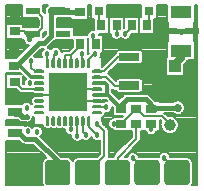
<source format=gtl>
G04 DipTrace Beta 2.3.5.2*
%INsubMicroLRS.GTL*%
%MOIN*%
%ADD13C,0.008*%
%ADD14C,0.005*%
%ADD15C,0.015*%
%ADD16C,0.025*%
%ADD17C,0.012*%
%ADD18C,0.007*%
%ADD21R,0.0354X0.0276*%
%ADD22R,0.0315X0.0315*%
%ADD23R,0.0472X0.0315*%
%ADD24R,0.0472X0.0217*%
%ADD25R,0.0276X0.0354*%
%ADD26R,0.0394X0.0413*%
%ADD27R,0.0413X0.0866*%
%ADD28R,0.071X0.041*%
%ADD29R,0.049X0.024*%
%ADD31C,0.0394*%
%ADD32C,0.018*%
%ADD34C,0.027*%
%ADD35C,0.03*%
%FSLAX44Y44*%
G04*
G70*
G90*
G75*
G01*
%LNTop*%
%LPD*%
X2913Y2287D2*
D13*
Y2087D1*
X3188Y1812D1*
Y2759D2*
X3491D1*
X3500Y2750D1*
X5000Y2000D2*
Y2188D1*
X4500D2*
Y1687D1*
X3875Y1062D1*
Y562D1*
X3870Y540D2*
X3875Y562D1*
X3188Y3350D2*
X2322D1*
X2224Y3251D1*
X3188Y2956D2*
X2519D1*
X2224Y3251D1*
X1259Y3153D2*
X2125D1*
X2224Y3251D1*
X3860Y5960D2*
D14*
X4100D1*
X4340D1*
X450Y3080D2*
D13*
X523Y3153D1*
X1259D1*
X440Y5782D2*
D14*
X438Y5784D1*
Y6000D1*
X1040Y5566D2*
X1037Y5563D1*
X750D1*
X531Y5782D1*
X440D1*
X4100Y5950D2*
Y5960D1*
X4270Y3942D2*
X4265Y3938D1*
X3812D1*
X6000Y5250D2*
D15*
X5980Y5270D1*
X5620D1*
X6000Y5250D2*
X6020Y5270D1*
X6360D1*
X6368Y3514D2*
D14*
X6354Y3500D1*
X5750D1*
X5207Y3514D2*
X5221Y3500D1*
X5750D1*
X2563Y3687D2*
X2224Y3349D1*
Y3251D1*
X375Y500D2*
X437Y562D1*
X875D1*
X438Y4938D2*
X430Y4930D1*
Y4642D1*
X2610Y5388D2*
X2436Y5563D1*
X2125D1*
X880Y530D2*
X875Y562D1*
X1535Y4216D2*
D13*
X1525Y4226D1*
Y4525D1*
X1732Y4216D2*
X1750Y4234D1*
Y4500D1*
X1812Y4562D1*
X4000Y2188D2*
Y2199D1*
X4500Y2699D1*
X2322Y2287D2*
Y2010D1*
X2312Y2000D1*
X3750Y2188D2*
X4000D1*
X4500Y2699D2*
D14*
X4749Y2450D1*
X5350D1*
X5610Y2190D1*
Y2150D1*
X3188Y3744D2*
D13*
X3496D1*
X3802Y3438D1*
X4238D1*
X4270Y3470D1*
X3188Y3940D2*
X3420D1*
X3917Y4437D1*
X4247D1*
X4270Y4415D1*
X6150Y5900D2*
D14*
X6140Y5910D1*
X5990D1*
Y4630D2*
D16*
Y4390D1*
X5713Y4113D1*
X5787D1*
X3840Y5480D2*
D13*
Y5188D1*
X2700Y4500D2*
Y4232D1*
X2716Y4216D1*
X4340Y5480D2*
Y5403D1*
X4125Y5188D1*
X3125Y4500D2*
X3075D1*
X2900Y4325D1*
Y4203D1*
X2913Y4216D1*
X4931Y5960D2*
Y5559D1*
X4852Y5480D1*
X3269Y5960D2*
Y5539D1*
X3328Y5480D1*
X1259Y3350D2*
X692D1*
X450Y3592D1*
X2875Y562D2*
X3438Y1125D1*
Y1937D1*
X3188Y2187D1*
X3062Y5125D2*
Y4928D1*
X3140Y4850D1*
X2890Y530D2*
X2866Y554D1*
X2125Y4216D2*
Y4480D1*
X2312D1*
Y4226D1*
X2322Y4216D1*
X2628Y4850D2*
Y4796D1*
X2312Y4480D1*
X4863Y562D2*
Y577D1*
X4390Y1050D1*
X2525Y1787D2*
Y2293D1*
X2519Y2287D1*
X4860Y550D2*
X4863D1*
X1259Y3940D2*
X1110D1*
X1000Y4050D1*
Y4290D1*
X5863Y562D2*
Y637D1*
X5438Y1062D1*
X2812Y1812D2*
X2716Y1909D1*
Y2287D1*
X5800Y550D2*
X5863D1*
X1259Y3744D2*
D17*
X1006D1*
X620Y4130D1*
X430D1*
X2610Y5900D2*
D15*
X2104D1*
X2064Y5940D1*
X3188Y3547D2*
D17*
X3453D1*
X3525Y3475D1*
Y3225D1*
X3453Y3153D1*
X3188D1*
X3453D2*
X3546D1*
X4000Y2699D1*
D15*
Y2825D1*
X4175Y3000D1*
X4813D1*
X5113Y2699D1*
X5000D1*
X5031Y2730D1*
X5880D1*
X2064Y5940D2*
D16*
X2061Y5937D1*
X1688D1*
X430Y4130D2*
D15*
X500D1*
X1245Y4875D1*
X1438D1*
X1670Y5107D1*
Y5937D1*
X1688D1*
X1875Y562D2*
Y938D1*
X1133Y1680D1*
X790D1*
X589Y1881D1*
X450D1*
X1890Y540D2*
X1875D1*
Y938D1*
X1040Y5940D2*
D13*
X1185D1*
X1370Y5755D1*
Y5370D1*
X1200Y5200D1*
X1048D1*
X1040Y5192D1*
X440Y5270D2*
X740D1*
X818Y5192D1*
X1040D1*
X450Y2590D2*
D15*
Y2520D1*
X610D1*
X700Y2430D1*
X850D1*
X937Y5000D2*
Y5089D1*
X1040Y5192D1*
D32*
X3188Y1812D3*
X3500Y2750D3*
X5000Y2000D3*
X950Y3550D3*
X3500Y2750D3*
X1525Y4525D3*
X1190Y1930D3*
X2312Y2000D3*
X3750Y2188D3*
X3840Y5188D3*
X2700Y4500D3*
X4125Y5188D3*
X3125Y4500D3*
X3188Y2187D3*
X3062Y5125D3*
X4390Y1050D3*
X2525Y1787D3*
X1000Y4290D3*
X5438Y1062D3*
X2812Y1812D3*
D34*
X5880Y2730D3*
X1688Y5937D3*
X5880Y2730D3*
D32*
X937Y5000D3*
X438Y6000D3*
X4100Y5950D3*
X840Y2730D3*
X2563Y3687D3*
X3812Y3938D3*
X6000Y5250D3*
X5750Y3500D3*
X375Y500D3*
X438Y4938D3*
X2125Y5563D3*
X850Y2430D3*
X875Y1937D3*
D35*
X6150Y5900D3*
D32*
X1812Y4562D3*
X880Y530D3*
X1890Y540D3*
X2890Y530D3*
X3870Y540D3*
X4860Y550D3*
X5800D3*
X162Y6076D2*
D18*
X689D1*
X1391D2*
X1481D1*
X2901D2*
X2998D1*
X3541D2*
X4658D1*
X5203D2*
X5520D1*
X6459D2*
X6531D1*
X162Y6007D2*
X689D1*
X1391D2*
X1448D1*
X2901D2*
X2998D1*
X3541D2*
X4658D1*
X5203D2*
X5520D1*
X6459D2*
X6531D1*
X162Y5938D2*
X689D1*
X1403D2*
X1437D1*
X2901D2*
X2998D1*
X3541D2*
X4658D1*
X5203D2*
X5520D1*
X6459D2*
X6531D1*
X162Y5869D2*
X689D1*
X2901D2*
X2998D1*
X3541D2*
X4658D1*
X5203D2*
X5520D1*
X6459D2*
X6531D1*
X162Y5801D2*
X689D1*
X2901D2*
X2998D1*
X3541D2*
X4658D1*
X5203D2*
X5520D1*
X6459D2*
X6531D1*
X162Y5732D2*
X689D1*
X2901D2*
X2998D1*
X5203D2*
X5520D1*
X6459D2*
X6531D1*
X162Y5663D2*
X1215D1*
X1860D2*
X2319D1*
X2901D2*
X3075D1*
X5104D2*
X5520D1*
X6459D2*
X6531D1*
X162Y5595D2*
X1215D1*
X1860D2*
X3075D1*
X5104D2*
X5548D1*
X6432D2*
X6531D1*
X162Y5526D2*
X1215D1*
X1860D2*
X3075D1*
X5104D2*
X5548D1*
X6432D2*
X6531D1*
X731Y5457D2*
X1215D1*
X1860D2*
X3075D1*
X5104D2*
X5548D1*
X6432D2*
X6531D1*
X2415Y5389D2*
X3075D1*
X5104D2*
X5548D1*
X6432D2*
X6531D1*
X2415Y5320D2*
X3023D1*
X5104D2*
X5548D1*
X6432D2*
X6531D1*
X2415Y5251D2*
X2904D1*
X5104D2*
X5548D1*
X6432D2*
X6531D1*
X1398Y5183D2*
X1480D1*
X2415D2*
X2867D1*
X3259D2*
X3635D1*
X4336D2*
X5548D1*
X6432D2*
X6531D1*
X3392Y5114D2*
X3650D1*
X4316D2*
X5548D1*
X6432D2*
X6531D1*
X3392Y5045D2*
X3696D1*
X4270D2*
X5548D1*
X6432D2*
X6531D1*
X162Y4977D2*
X689D1*
X3392D2*
X5548D1*
X6432D2*
X6531D1*
X162Y4908D2*
X756D1*
X1735D2*
X2375D1*
X3392D2*
X5520D1*
X6459D2*
X6531D1*
X162Y4839D2*
X816D1*
X1666D2*
X2375D1*
X3392D2*
X5520D1*
X6459D2*
X6531D1*
X162Y4770D2*
X875D1*
X1599D2*
X2375D1*
X3392D2*
X5520D1*
X6459D2*
X6531D1*
X162Y4702D2*
X807D1*
X1621D2*
X1666D1*
X1960D2*
X2319D1*
X3392D2*
X5520D1*
X6459D2*
X6531D1*
X162Y4633D2*
X738D1*
X1268D2*
X1353D1*
X2004D2*
X2250D1*
X3392D2*
X3856D1*
X4683D2*
X5520D1*
X6459D2*
X6531D1*
X162Y4564D2*
X669D1*
X1199D2*
X1324D1*
X2894D2*
X2923D1*
X3319D2*
X3821D1*
X4719D2*
X5520D1*
X6459D2*
X6531D1*
X162Y4496D2*
X600D1*
X1131D2*
X1322D1*
X3330D2*
X3760D1*
X4719D2*
X5520D1*
X6459D2*
X6531D1*
X162Y4427D2*
X531D1*
X1149D2*
X1346D1*
X3316D2*
X3691D1*
X4719D2*
X5520D1*
X6459D2*
X6531D1*
X3362Y4358D2*
X3622D1*
X4719D2*
X5476D1*
X6459D2*
X6531D1*
X3362Y4290D2*
X3553D1*
X4719D2*
X5476D1*
X6207D2*
X6531D1*
X3362Y4221D2*
X3486D1*
X4704D2*
X5476D1*
X6157D2*
X6531D1*
X3362Y4152D2*
X3417D1*
X3848D2*
X5476D1*
X6099D2*
X6531D1*
X3780Y4084D2*
X5475D1*
X6099D2*
X6531D1*
X3711Y4015D2*
X5476D1*
X6099D2*
X6531D1*
X3642Y3946D2*
X5476D1*
X6099D2*
X6531D1*
X162Y3878D2*
X629D1*
X3573D2*
X5476D1*
X6099D2*
X6531D1*
X3647Y3809D2*
X5476D1*
X6099D2*
X6531D1*
X742Y3740D2*
X766D1*
X3716D2*
X6531D1*
X742Y3671D2*
X787D1*
X3784D2*
X3841D1*
X4698D2*
X6531D1*
X4719Y3603D2*
X6531D1*
X4719Y3534D2*
X6531D1*
X4719Y3465D2*
X6531D1*
X4719Y3397D2*
X6531D1*
X162Y3328D2*
X497D1*
X4719D2*
X6531D1*
X162Y3259D2*
X566D1*
X3700D2*
X3849D1*
X4691D2*
X6531D1*
X162Y3191D2*
X1088D1*
X3753D2*
X6531D1*
X162Y3122D2*
X1088D1*
X3821D2*
X4031D1*
X4955D2*
X6531D1*
X162Y3053D2*
X1008D1*
X3890D2*
X3962D1*
X5024D2*
X6531D1*
X162Y2985D2*
X980D1*
X3362D2*
X3470D1*
X5093D2*
X6531D1*
X162Y2916D2*
X765D1*
X914D2*
X982D1*
X3362D2*
X3385D1*
X5292D2*
X5717D1*
X6044D2*
X6531D1*
X6099Y2847D2*
X6531D1*
X6125Y2779D2*
X6531D1*
X6129Y2710D2*
X6531D1*
X3672Y2641D2*
X3708D1*
X6113D2*
X6531D1*
X3594Y2572D2*
X3709D1*
X6071D2*
X6531D1*
X3459Y2504D2*
X3709D1*
X5491D2*
X5786D1*
X5974D2*
X6531D1*
X3409Y2435D2*
X4020D1*
X5724D2*
X6531D1*
X1044Y2366D2*
X1088D1*
X3362D2*
X3658D1*
X5831D2*
X6531D1*
X162Y2298D2*
X567D1*
X1004D2*
X1088D1*
X3362D2*
X3579D1*
X5883D2*
X6531D1*
X162Y2229D2*
X1088D1*
X3388D2*
X3550D1*
X5911D2*
X6531D1*
X162Y2160D2*
X1088D1*
X3431D2*
X3547D1*
X5921D2*
X6531D1*
X1006Y2092D2*
X1069D1*
X1311D2*
X1387D1*
X3500D2*
X3570D1*
X5916D2*
X6531D1*
X1371Y2023D2*
X1471D1*
X1600D2*
X1667D1*
X1797D2*
X1864D1*
X1993D2*
X2060D1*
X3565D2*
X3633D1*
X5292D2*
X5326D1*
X5894D2*
X6531D1*
X1393Y1954D2*
X2113D1*
X3591D2*
X3709D1*
X5292D2*
X5370D1*
X5850D2*
X6531D1*
X1390Y1886D2*
X2145D1*
X3593D2*
X4345D1*
X4655D2*
X4832D1*
X5169D2*
X5452D1*
X5768D2*
X6531D1*
X1359Y1817D2*
X2231D1*
X3593D2*
X4345D1*
X4655D2*
X4918D1*
X5081D2*
X6531D1*
X1330Y1748D2*
X2324D1*
X3593D2*
X4345D1*
X4655D2*
X6531D1*
X1398Y1680D2*
X2352D1*
X2966D2*
X3034D1*
X3593D2*
X4276D1*
X4655D2*
X6531D1*
X162Y1611D2*
X594D1*
X1467D2*
X2429D1*
X2620D2*
X3283D1*
X3593D2*
X4207D1*
X4633D2*
X6531D1*
X162Y1542D2*
X664D1*
X1535D2*
X3283D1*
X3593D2*
X4139D1*
X4570D2*
X6531D1*
X162Y1473D2*
X1074D1*
X1604D2*
X3283D1*
X3593D2*
X4070D1*
X4501D2*
X6531D1*
X162Y1405D2*
X1143D1*
X1673D2*
X3283D1*
X3593D2*
X4002D1*
X4434D2*
X6531D1*
X162Y1336D2*
X1211D1*
X1742D2*
X3283D1*
X3593D2*
X3933D1*
X4365D2*
X6531D1*
X162Y1267D2*
X1279D1*
X1811D2*
X3283D1*
X3593D2*
X3864D1*
X4296D2*
X6531D1*
X162Y1199D2*
X1348D1*
X1879D2*
X3283D1*
X3593D2*
X3795D1*
X4227D2*
X4253D1*
X4528D2*
X5287D1*
X5588D2*
X6531D1*
X162Y1130D2*
X1417D1*
X1948D2*
X3226D1*
X3593D2*
X3737D1*
X4158D2*
X4203D1*
X4578D2*
X5244D1*
X5630D2*
X6531D1*
X162Y1061D2*
X1465D1*
X2284D2*
X2465D1*
X6273D2*
X6531D1*
X162Y993D2*
X1388D1*
X2363D2*
X2387D1*
X6351D2*
X6531D1*
X162Y924D2*
X1351D1*
X6388D2*
X6531D1*
X162Y855D2*
X1336D1*
X6402D2*
X6531D1*
X162Y787D2*
X1335D1*
X6402D2*
X6531D1*
X162Y718D2*
X1335D1*
X6402D2*
X6531D1*
X162Y649D2*
X1335D1*
X6402D2*
X6531D1*
X162Y581D2*
X1335D1*
X6402D2*
X6531D1*
X162Y512D2*
X1335D1*
X6402D2*
X6531D1*
X162Y443D2*
X1335D1*
X6402D2*
X6531D1*
X162Y374D2*
X1335D1*
X6402D2*
X6531D1*
X162Y306D2*
X1335D1*
X6402D2*
X6531D1*
X162Y237D2*
X1341D1*
X6398D2*
X6531D1*
X162Y168D2*
X1365D1*
X6374D2*
X6531D1*
X1342Y322D2*
X1343Y859D1*
X1349Y896D1*
X1360Y932D1*
X1374Y961D1*
X1394Y993D1*
X1420Y1021D1*
X1444Y1043D1*
X1475Y1063D1*
X1486Y1068D1*
X1057Y1497D1*
X790D1*
X755Y1501D1*
X722Y1510D1*
X691Y1527D1*
X661Y1551D1*
X595Y1616D1*
X154D1*
X155Y1314D1*
Y155D1*
X1379D1*
X1362Y188D1*
X1350Y223D1*
X1344Y255D1*
X1342Y293D1*
Y322D1*
X1975Y1095D2*
X2171Y1094D1*
X2208Y1089D1*
X2245Y1077D1*
X2274Y1063D1*
X2305Y1043D1*
X2334Y1018D1*
X2355Y993D1*
X2375Y963D1*
X2395Y993D1*
X2420Y1021D1*
X2444Y1043D1*
X2475Y1063D1*
X2510Y1079D1*
X2541Y1088D1*
X2578Y1094D1*
X2635Y1095D1*
X3171Y1094D1*
X3195Y1091D1*
X3290Y1186D1*
Y1642D1*
X3252Y1626D1*
X3218Y1617D1*
X3183Y1615D1*
X3148Y1619D1*
X3115Y1628D1*
X3084Y1644D1*
X3056Y1665D1*
X3032Y1691D1*
X3013Y1720D1*
X3000Y1749D1*
X2983Y1712D1*
X2963Y1684D1*
X2938Y1659D1*
X2909Y1640D1*
X2877Y1626D1*
X2843Y1617D1*
X2808Y1615D1*
X2773Y1619D1*
X2740Y1628D1*
X2709Y1644D1*
X2680Y1666D1*
X2650Y1634D1*
X2621Y1615D1*
X2590Y1601D1*
X2556Y1592D1*
X2521Y1590D1*
X2486Y1594D1*
X2452Y1603D1*
X2421Y1619D1*
X2393Y1640D1*
X2369Y1666D1*
X2350Y1695D1*
X2337Y1727D1*
X2329Y1761D1*
X2328Y1804D1*
X2308Y1802D1*
X2273Y1806D1*
X2240Y1816D1*
X2209Y1832D1*
X2181Y1853D1*
X2157Y1878D1*
X2138Y1907D1*
X2124Y1940D1*
X2116Y1974D1*
Y2014D1*
X2095Y2015D1*
X2061Y2026D1*
X2034Y2040D1*
X2024Y2042D1*
X1988Y2024D1*
X1955Y2014D1*
X1915Y2013D1*
X1881Y2019D1*
X1838Y2039D1*
X1827Y2042D1*
X1792Y2024D1*
X1758Y2014D1*
X1719Y2013D1*
X1684Y2019D1*
X1641Y2039D1*
X1630Y2042D1*
X1595Y2024D1*
X1561Y2014D1*
X1522Y2013D1*
X1487Y2019D1*
X1451Y2035D1*
X1423Y2055D1*
X1397Y2086D1*
X1380Y2116D1*
X1373Y2146D1*
X1095Y2145D1*
X1094Y2406D1*
X1063Y2422D1*
X1047Y2434D1*
X1045Y2395D1*
X1036Y2361D1*
X1021Y2330D1*
X1000Y2301D1*
X975Y2277D1*
X946Y2257D1*
X915Y2243D1*
X881Y2235D1*
X846Y2232D1*
X811Y2236D1*
X775Y2247D1*
X700D1*
X665Y2251D1*
X632Y2260D1*
X601Y2277D1*
X571Y2301D1*
X547Y2325D1*
X154D1*
X155Y2147D1*
X794D1*
Y2117D1*
X819Y2127D1*
X853Y2134D1*
X888Y2135D1*
X922Y2130D1*
X955Y2118D1*
X986Y2101D1*
X1013Y2079D1*
X1035Y2053D1*
X1071Y2088D1*
X1101Y2107D1*
X1134Y2120D1*
X1168Y2127D1*
X1203D1*
X1237Y2122D1*
X1270Y2111D1*
X1301Y2094D1*
X1328Y2072D1*
X1351Y2045D1*
X1369Y2015D1*
X1381Y1982D1*
X1388Y1930D1*
X1385Y1895D1*
X1376Y1861D1*
X1361Y1830D1*
X1340Y1801D1*
X1315Y1777D1*
X1302Y1768D1*
X1386Y1686D1*
X1976Y1095D1*
X3635D2*
X3730D1*
X3743Y1130D1*
X3770Y1167D1*
X4353Y1749D1*
X4352Y1942D1*
X4215Y1943D1*
X4145Y1942D1*
X3715D1*
Y1993D1*
X3677Y2003D1*
X3646Y2019D1*
X3618Y2040D1*
X3594Y2066D1*
X3575Y2095D1*
X3562Y2127D1*
X3554Y2161D1*
X3552Y2196D1*
X3557Y2231D1*
X3568Y2264D1*
X3584Y2295D1*
X3605Y2323D1*
X3631Y2346D1*
X3661Y2364D1*
X3694Y2377D1*
X3716Y2382D1*
X3715Y2433D1*
X4025D1*
X4040Y2454D1*
X3715D1*
Y2748D1*
X3697Y2766D1*
X3698Y2750D1*
X3695Y2715D1*
X3686Y2681D1*
X3671Y2650D1*
X3650Y2621D1*
X3625Y2597D1*
X3596Y2577D1*
X3565Y2563D1*
X3531Y2555D1*
X3496Y2552D1*
X3462Y2556D1*
X3461Y2532D1*
X3449Y2498D1*
X3431Y2464D1*
X3406Y2439D1*
X3375Y2415D1*
X3367Y2411D1*
X3355Y2375D1*
Y2293D1*
X3366Y2272D1*
X3378Y2240D1*
X3385Y2199D1*
X3542Y2042D1*
X3564Y2015D1*
X3578Y1983D1*
X3585Y1937D1*
Y1122D1*
X3589Y1095D1*
X3635D1*
X4117D2*
X4171Y1094D1*
X4197Y1091D1*
X4208Y1127D1*
X4224Y1157D1*
X4245Y1185D1*
X4271Y1208D1*
X4301Y1227D1*
X4334Y1240D1*
X4368Y1247D1*
X4403D1*
X4437Y1242D1*
X4470Y1231D1*
X4501Y1214D1*
X4528Y1192D1*
X4551Y1165D1*
X4569Y1135D1*
X4583Y1095D1*
X5144D1*
X5181Y1092D1*
X5212Y1084D1*
X5240Y1074D1*
X5223Y1081D1*
X5240Y1074D1*
X5244Y1106D1*
X5255Y1139D1*
X5271Y1170D1*
X5293Y1197D1*
X5319Y1221D1*
X5349Y1239D1*
X5381Y1252D1*
X5415Y1259D1*
X5450Y1260D1*
X5485Y1255D1*
X5518Y1243D1*
X5549Y1226D1*
X5576Y1204D1*
X5598Y1178D1*
X5616Y1147D1*
X5628Y1115D1*
X5633Y1095D1*
X6160Y1094D1*
X6196Y1089D1*
X6233Y1077D1*
X6262Y1063D1*
X6294Y1043D1*
X6322Y1018D1*
X6343Y993D1*
X6364Y962D1*
X6380Y927D1*
X6389Y897D1*
X6395Y860D1*
X6396Y802D1*
X6395Y266D1*
X6389Y229D1*
X6378Y193D1*
X6364Y164D1*
X6359Y155D1*
X6538D1*
Y6144D1*
X6454D1*
X6453Y5873D1*
Y5597D1*
X6425D1*
Y4965D1*
Y4942D1*
X6453Y4943D1*
Y4317D1*
X6211D1*
X6194Y4278D1*
X6175Y4249D1*
X6130Y4201D1*
X6092Y4163D1*
Y3798D1*
X5483D1*
Y4075D1*
X5480Y4125D1*
X5483Y4218D1*
Y4427D1*
X5528D1*
X5527Y4943D1*
X5555D1*
Y5575D1*
Y5598D1*
X5527Y5597D1*
Y6145D1*
X5418Y6144D1*
X5196D1*
Y5695D1*
X5096D1*
X5097Y5485D1*
Y5195D1*
X4606D1*
Y5765D1*
X4666D1*
X4665Y5975D1*
Y6144D1*
X3536D1*
X3535Y5840D1*
Y5765D1*
X3574D1*
Y5195D1*
X3247D1*
X3253Y5177D1*
X3260Y5134D1*
X3386Y5135D1*
Y4565D1*
X3312D1*
X3322Y4518D1*
X3320Y4465D1*
X3311Y4431D1*
X3298Y4405D1*
X3355D1*
Y4095D1*
X3364Y4093D1*
X3813Y4542D1*
X3828Y4558D1*
X3835Y4592D1*
X3853Y4622D1*
X3880Y4645D1*
X3912Y4658D1*
X3970Y4660D1*
X4605D1*
X4639Y4655D1*
X4670Y4639D1*
X4694Y4613D1*
X4710Y4576D1*
X4712Y4518D1*
Y4277D1*
X4707Y4243D1*
X4691Y4212D1*
X4665Y4188D1*
X4628Y4172D1*
X4570Y4169D1*
X3935D1*
X3895Y4177D1*
X3874Y4184D1*
X3565Y3874D1*
X3601Y3848D1*
X3829Y3620D1*
X3833Y3642D1*
X3849Y3673D1*
X3875Y3697D1*
X3912Y3713D1*
X3970Y3716D1*
X4605D1*
X4639Y3710D1*
X4670Y3694D1*
X4694Y3668D1*
X4710Y3631D1*
X4712Y3573D1*
Y3332D1*
X4707Y3298D1*
X4691Y3267D1*
X4665Y3243D1*
X4628Y3227D1*
X4570Y3224D1*
X3935D1*
X3901Y3230D1*
X3870Y3246D1*
X3843Y3277D1*
X3818Y3290D1*
X3768Y3294D1*
X3735Y3306D1*
X3698Y3333D1*
X3693Y3338D1*
Y3244D1*
X3927Y3010D1*
X4046Y3129D1*
X4073Y3151D1*
X4103Y3168D1*
X4137Y3179D1*
X4175Y3183D1*
X4813D1*
X4847Y3179D1*
X4881Y3170D1*
X4912Y3153D1*
X4942Y3129D1*
X5127Y2944D1*
X5285Y2945D1*
Y2913D1*
X5721D1*
X5757Y2940D1*
X5788Y2955D1*
X5821Y2966D1*
X5856Y2972D1*
X5891Y2973D1*
X5926Y2969D1*
X5959Y2960D1*
X5991Y2946D1*
X6021Y2928D1*
X6048Y2905D1*
X6072Y2880D1*
X6091Y2850D1*
X6106Y2819D1*
X6116Y2785D1*
X6123Y2730D1*
X6120Y2696D1*
X6113Y2661D1*
X6100Y2629D1*
X6084Y2598D1*
X6062Y2570D1*
X6038Y2546D1*
X6009Y2525D1*
X5978Y2508D1*
X5946Y2497D1*
X5911Y2490D1*
X5876Y2488D1*
X5842Y2491D1*
X5808Y2499D1*
X5775Y2511D1*
X5745Y2529D1*
X5720Y2548D1*
X5439D1*
X5541Y2447D1*
X5609Y2455D1*
X5644Y2453D1*
X5679Y2447D1*
X5712Y2437D1*
X5745Y2423D1*
X5775Y2406D1*
X5803Y2385D1*
X5829Y2362D1*
X5852Y2335D1*
X5871Y2306D1*
X5888Y2275D1*
X5900Y2243D1*
X5909Y2209D1*
X5915Y2150D1*
X5913Y2115D1*
X5907Y2081D1*
X5897Y2047D1*
X5883Y2015D1*
X5866Y1984D1*
X5845Y1956D1*
X5821Y1931D1*
X5795Y1908D1*
X5766Y1888D1*
X5735Y1872D1*
X5702Y1860D1*
X5668Y1851D1*
X5634Y1846D1*
X5599D1*
X5564Y1849D1*
X5530Y1856D1*
X5496Y1867D1*
X5465Y1882D1*
X5435Y1901D1*
X5408Y1922D1*
X5383Y1947D1*
X5361Y1974D1*
X5343Y2004D1*
X5328Y2036D1*
X5316Y2069D1*
X5309Y2103D1*
X5306Y2138D1*
Y2173D1*
X5311Y2208D1*
X5319Y2241D1*
X5334Y2279D1*
X5294Y2318D1*
X5285Y2293D1*
Y1942D1*
X5190D1*
X5171Y1900D1*
X5150Y1871D1*
X5125Y1847D1*
X5096Y1827D1*
X5065Y1813D1*
X5031Y1805D1*
X4996Y1802D1*
X4961Y1806D1*
X4927Y1816D1*
X4896Y1832D1*
X4868Y1853D1*
X4844Y1878D1*
X4825Y1907D1*
X4811Y1943D1*
X4715Y1942D1*
X4648D1*
Y1687D1*
X4644Y1653D1*
X4632Y1620D1*
X4605Y1583D1*
X4116Y1095D1*
X4183Y1093D1*
X155Y4376D2*
X487D1*
X914Y4803D1*
X865Y4816D1*
X834Y4832D1*
X806Y4853D1*
X782Y4878D1*
X763Y4907D1*
X749Y4940D1*
X741Y4977D1*
X696Y4976D1*
Y5025D1*
X445Y5024D1*
X155D1*
Y5516D1*
X725D1*
Y5418D1*
X777Y5413D1*
X801Y5408D1*
X1200D1*
X1223Y5432D1*
X1222Y5580D1*
Y5695D1*
X1192Y5724D1*
X696D1*
Y6144D1*
X155D1*
Y4376D1*
X629Y3884D2*
X155D1*
Y2855D1*
X687D1*
X721Y2888D1*
X751Y2907D1*
X784Y2920D1*
X818Y2927D1*
X853D1*
X887Y2922D1*
X920Y2911D1*
X951Y2894D1*
X978Y2872D1*
X1005Y2838D1*
X1012Y2851D1*
X1014Y2861D1*
X996Y2896D1*
X986Y2930D1*
Y2969D1*
X991Y3004D1*
X1008Y3040D1*
X1028Y3068D1*
X1058Y3094D1*
X1089Y3111D1*
X1081Y3108D1*
X1095Y3125D1*
X1094Y3194D1*
X1083Y3198D1*
X1049Y3202D1*
X692D1*
X657Y3206D1*
X624Y3218D1*
X587Y3245D1*
X486Y3347D1*
X165Y3346D1*
Y3837D1*
X676D1*
X629Y3884D1*
X735Y3777D2*
Y3515D1*
X754Y3524D1*
X752Y3559D1*
X757Y3593D1*
X768Y3627D1*
X784Y3657D1*
X805Y3685D1*
X818Y3696D1*
X735Y3777D1*
X2895Y6145D2*
Y5654D1*
X2325D1*
Y5717D1*
X2136D1*
X2092Y5707D1*
X2026Y5705D1*
X1852D1*
X1853Y5407D1*
X1965Y5408D1*
X2408D1*
Y5136D1*
X2698Y5135D1*
X2865D1*
X2869Y5168D1*
X2880Y5202D1*
X2896Y5232D1*
X2918Y5260D1*
X2944Y5283D1*
X2974Y5302D1*
X3006Y5315D1*
X3040Y5322D1*
X3083Y5321D1*
Y5695D1*
X3004D1*
X3003Y6144D1*
X2895D1*
X1384D2*
Y5949D1*
X1451Y5883D1*
X1446Y5910D1*
X1445Y5945D1*
X1448Y5980D1*
X1457Y6013D1*
X1470Y6046D1*
X1488Y6076D1*
X1510Y6103D1*
X1536Y6127D1*
X1562Y6145D1*
X1383Y6144D1*
X1384Y5175D2*
Y5079D1*
X1487Y5183D1*
Y5279D1*
X1384Y5175D1*
X2383Y4976D2*
X1796D1*
X1567Y4746D1*
X1548Y4729D1*
X1572Y4717D1*
X1605Y4706D1*
X1636Y4689D1*
X1650Y4677D1*
X1668Y4697D1*
X1694Y4721D1*
X1724Y4739D1*
X1756Y4752D1*
X1790Y4759D1*
X1825Y4760D1*
X1860Y4755D1*
X1893Y4743D1*
X1924Y4726D1*
X1951Y4704D1*
X1973Y4678D1*
X1991Y4647D1*
X2003Y4615D1*
X2010Y4572D1*
X2039Y4600D1*
X2070Y4617D1*
X2116Y4628D1*
X2251D1*
X2382Y4759D1*
X2383Y4975D1*
X2932Y4565D2*
X2894D1*
Y5021D1*
X2874Y5065D1*
Y4594D1*
X2891Y4552D1*
X2895Y4530D1*
X2931Y4565D1*
X4129Y5765D2*
X4586D1*
Y5195D1*
X4342D1*
X4320Y5153D1*
X4311Y5119D1*
X4296Y5087D1*
X4275Y5059D1*
X4250Y5034D1*
X4221Y5015D1*
X4190Y5001D1*
X4156Y4992D1*
X4121Y4990D1*
X4086Y4994D1*
X4052Y5003D1*
X4021Y5019D1*
X3993Y5040D1*
X3983Y5050D1*
X3965Y5034D1*
X3936Y5015D1*
X3905Y5001D1*
X3871Y4992D1*
X3836Y4990D1*
X3801Y4994D1*
X3767Y5003D1*
X3736Y5019D1*
X3708Y5040D1*
X3684Y5066D1*
X3665Y5095D1*
X3652Y5127D1*
X3644Y5161D1*
X3642Y5195D1*
X3594D1*
Y5765D1*
X4086D1*
Y5381D1*
X4094Y5405D1*
Y5765D1*
X4129D1*
X1162Y4405D2*
X1367D1*
X1350Y4432D1*
X1337Y4465D1*
X1329Y4499D1*
X1327Y4534D1*
X1332Y4568D1*
X1343Y4602D1*
X1359Y4632D1*
X1380Y4660D1*
X1406Y4683D1*
X1420Y4692D1*
X1320D1*
X1094Y4465D1*
X1138Y4432D1*
X1161Y4404D1*
X3355Y2986D2*
Y2914D1*
X3371Y2908D1*
X3381D1*
X3411Y2927D1*
X3444Y2940D1*
X3478Y2947D1*
X3516D1*
X3476Y2985D1*
X3356D1*
X3697Y2765D2*
X3695Y2715D1*
X3686Y2681D1*
X3671Y2650D1*
X3650Y2621D1*
X3625Y2597D1*
X3596Y2577D1*
X3565Y2563D1*
X3531Y2555D1*
X3496Y2552D1*
X3462Y2556D1*
X3459Y2524D1*
X3451Y2503D1*
X5721Y2913D2*
X5757Y2940D1*
X5788Y2955D1*
X5821Y2966D1*
X5856Y2972D1*
X5891Y2973D1*
X5926Y2969D1*
X5959Y2960D1*
X5991Y2946D1*
X6021Y2928D1*
X6048Y2905D1*
X6072Y2880D1*
X6091Y2850D1*
X6106Y2819D1*
X6116Y2785D1*
X6123Y2730D1*
X6120Y2696D1*
X6113Y2661D1*
X6100Y2629D1*
X6084Y2598D1*
X6062Y2570D1*
X6038Y2546D1*
X6009Y2525D1*
X5978Y2508D1*
X5946Y2497D1*
X5911Y2490D1*
X5876Y2488D1*
X5842Y2491D1*
X5808Y2499D1*
X5775Y2511D1*
X5745Y2529D1*
X5720Y2548D1*
G36*
X450Y287D2*
Y837D1*
X451Y853D1*
X453Y869D1*
X457Y884D1*
X463Y899D1*
X470Y912D1*
X479Y926D1*
X489Y938D1*
X500Y949D1*
X512Y959D1*
X525Y967D1*
X539Y975D1*
X554Y980D1*
X569Y984D1*
X584Y987D1*
X600D1*
X1150D1*
X1166D1*
X1181Y984D1*
X1196Y980D1*
X1211Y975D1*
X1225Y967D1*
X1238Y959D1*
X1250Y949D1*
X1261Y938D1*
X1271Y926D1*
X1280Y912D1*
X1287Y899D1*
X1293Y884D1*
X1297Y869D1*
X1299Y853D1*
X1300Y837D1*
Y287D1*
X1299Y272D1*
X1297Y256D1*
X1293Y241D1*
X1287Y226D1*
X1280Y212D1*
X1271Y199D1*
X1261Y187D1*
X1250Y176D1*
X1238Y166D1*
X1225Y158D1*
X1211Y150D1*
X1196Y145D1*
X1181Y141D1*
X1166Y138D1*
X1150Y137D1*
X600D1*
X584Y138D1*
X569Y141D1*
X554Y145D1*
X539Y150D1*
X525Y158D1*
X512Y166D1*
X500Y176D1*
X489Y187D1*
X479Y199D1*
X470Y212D1*
X463Y226D1*
X457Y241D1*
X453Y256D1*
X451Y272D1*
X450Y287D1*
G37*
G36*
X2150Y137D2*
X1600D1*
X1584Y138D1*
X1569Y141D1*
X1554Y145D1*
X1539Y150D1*
X1525Y158D1*
X1512Y166D1*
X1500Y176D1*
X1489Y187D1*
X1479Y199D1*
X1470Y212D1*
X1463Y226D1*
X1457Y241D1*
X1453Y256D1*
X1451Y272D1*
X1450Y287D1*
Y837D1*
X1451Y853D1*
X1453Y869D1*
X1457Y884D1*
X1463Y899D1*
X1470Y912D1*
X1479Y926D1*
X1489Y938D1*
X1500Y949D1*
X1512Y959D1*
X1525Y967D1*
X1539Y975D1*
X1554Y980D1*
X1569Y984D1*
X1584Y987D1*
X1600D1*
X2150D1*
X2166D1*
X2181Y984D1*
X2196Y980D1*
X2211Y975D1*
X2225Y967D1*
X2238Y959D1*
X2250Y949D1*
X2261Y938D1*
X2271Y926D1*
X2280Y912D1*
X2287Y899D1*
X2293Y884D1*
X2297Y869D1*
X2299Y853D1*
X2300Y837D1*
Y287D1*
X2299Y272D1*
X2297Y256D1*
X2293Y241D1*
X2287Y226D1*
X2280Y212D1*
X2271Y199D1*
X2261Y187D1*
X2250Y176D1*
X2238Y166D1*
X2225Y158D1*
X2211Y150D1*
X2196Y145D1*
X2181Y141D1*
X2166Y138D1*
X2150Y137D1*
G37*
G36*
X2450Y837D2*
Y287D1*
X2451Y272D1*
X2453Y256D1*
X2457Y241D1*
X2463Y226D1*
X2470Y212D1*
X2479Y199D1*
X2489Y187D1*
X2500Y176D1*
X2512Y166D1*
X2525Y158D1*
X2539Y150D1*
X2554Y145D1*
X2569Y141D1*
X2584Y138D1*
X2600Y137D1*
X3150D1*
X3166Y138D1*
X3181Y141D1*
X3196Y145D1*
X3211Y150D1*
X3225Y158D1*
X3238Y166D1*
X3250Y176D1*
X3261Y187D1*
X3271Y199D1*
X3280Y212D1*
X3287Y226D1*
X3293Y241D1*
X3297Y256D1*
X3299Y272D1*
X3300Y287D1*
Y837D1*
X3299Y853D1*
X3297Y869D1*
X3293Y884D1*
X3287Y899D1*
X3280Y912D1*
X3271Y926D1*
X3261Y938D1*
X3250Y949D1*
X3238Y959D1*
X3225Y967D1*
X3211Y975D1*
X3196Y980D1*
X3181Y984D1*
X3166Y987D1*
X3150D1*
X2600D1*
X2584D1*
X2569Y984D1*
X2554Y980D1*
X2539Y975D1*
X2525Y967D1*
X2512Y959D1*
X2500Y949D1*
X2489Y938D1*
X2479Y926D1*
X2470Y912D1*
X2463Y899D1*
X2457Y884D1*
X2453Y869D1*
X2451Y853D1*
X2450Y837D1*
G37*
G36*
X3600Y137D2*
X4150D1*
X4166Y138D1*
X4181Y141D1*
X4196Y145D1*
X4211Y150D1*
X4225Y158D1*
X4238Y166D1*
X4250Y176D1*
X4261Y187D1*
X4271Y199D1*
X4280Y212D1*
X4287Y226D1*
X4293Y241D1*
X4297Y256D1*
X4299Y272D1*
X4300Y287D1*
Y837D1*
X4299Y853D1*
X4297Y869D1*
X4293Y884D1*
X4287Y899D1*
X4280Y912D1*
X4271Y926D1*
X4261Y938D1*
X4250Y949D1*
X4238Y959D1*
X4225Y967D1*
X4211Y975D1*
X4196Y980D1*
X4181Y984D1*
X4166Y987D1*
X4150D1*
X3600D1*
X3584D1*
X3569Y984D1*
X3554Y980D1*
X3539Y975D1*
X3525Y967D1*
X3512Y959D1*
X3500Y949D1*
X3489Y938D1*
X3479Y926D1*
X3470Y912D1*
X3463Y899D1*
X3457Y884D1*
X3453Y869D1*
X3451Y853D1*
X3450Y837D1*
Y287D1*
X3451Y272D1*
X3453Y256D1*
X3457Y241D1*
X3463Y226D1*
X3470Y212D1*
X3479Y199D1*
X3489Y187D1*
X3500Y176D1*
X3512Y166D1*
X3525Y158D1*
X3539Y150D1*
X3554Y145D1*
X3569Y141D1*
X3584Y138D1*
X3600Y137D1*
G37*
G36*
X4438Y837D2*
Y287D1*
X4439Y272D1*
X4441Y256D1*
X4446Y241D1*
X4451Y226D1*
X4458Y212D1*
X4467Y199D1*
X4477Y187D1*
X4488Y176D1*
X4500Y166D1*
X4513Y158D1*
X4527Y150D1*
X4542Y145D1*
X4557Y141D1*
X4573Y138D1*
X4588Y137D1*
X5138D1*
X5154Y138D1*
X5169Y141D1*
X5185Y145D1*
X5199Y150D1*
X5213Y158D1*
X5226Y166D1*
X5239Y176D1*
X5250Y187D1*
X5260Y199D1*
X5268Y212D1*
X5275Y226D1*
X5281Y241D1*
X5285Y256D1*
X5287Y272D1*
X5288Y287D1*
Y837D1*
X5287Y853D1*
X5285Y869D1*
X5281Y884D1*
X5275Y899D1*
X5268Y912D1*
X5260Y926D1*
X5250Y938D1*
X5239Y949D1*
X5226Y959D1*
X5213Y967D1*
X5199Y975D1*
X5185Y980D1*
X5169Y984D1*
X5154Y987D1*
X5138D1*
X4588D1*
X4573D1*
X4557Y984D1*
X4542Y980D1*
X4527Y975D1*
X4513Y967D1*
X4500Y959D1*
X4488Y949D1*
X4477Y938D1*
X4467Y926D1*
X4458Y912D1*
X4451Y899D1*
X4446Y884D1*
X4441Y869D1*
X4439Y853D1*
X4438Y837D1*
G37*
G36*
X5588Y137D2*
X6138D1*
X6154Y138D1*
X6169Y141D1*
X6185Y145D1*
X6199Y150D1*
X6213Y158D1*
X6226Y166D1*
X6239Y176D1*
X6250Y187D1*
X6260Y199D1*
X6268Y212D1*
X6275Y226D1*
X6281Y241D1*
X6285Y256D1*
X6287Y272D1*
X6288Y287D1*
Y837D1*
X6287Y853D1*
X6285Y869D1*
X6281Y884D1*
X6275Y899D1*
X6268Y912D1*
X6260Y926D1*
X6250Y938D1*
X6239Y949D1*
X6226Y959D1*
X6213Y967D1*
X6199Y975D1*
X6185Y980D1*
X6169Y984D1*
X6154Y987D1*
X6138D1*
X5588D1*
X5573D1*
X5557Y984D1*
X5542Y980D1*
X5527Y975D1*
X5513Y967D1*
X5500Y959D1*
X5488Y949D1*
X5477Y938D1*
X5467Y926D1*
X5458Y912D1*
X5451Y899D1*
X5446Y884D1*
X5441Y869D1*
X5439Y853D1*
X5438Y837D1*
Y287D1*
X5439Y272D1*
X5441Y256D1*
X5446Y241D1*
X5451Y226D1*
X5458Y212D1*
X5467Y199D1*
X5477Y187D1*
X5488Y176D1*
X5500Y166D1*
X5513Y158D1*
X5527Y150D1*
X5542Y145D1*
X5557Y141D1*
X5573Y138D1*
X5588Y137D1*
G37*
D21*
X4500Y2188D3*
Y2699D3*
X430Y4130D3*
Y4642D3*
X450Y3080D3*
Y3592D3*
X440Y5270D3*
Y5782D3*
X2610Y5900D3*
Y5388D3*
D22*
X3860Y5960D3*
X3269D3*
X4340D3*
X4931D3*
D23*
X450Y2590D3*
Y1881D3*
D24*
X1040Y5940D3*
Y5566D3*
Y5192D3*
X2064D3*
Y5940D3*
D21*
X4000Y2188D3*
Y2699D3*
D25*
X3140Y4850D3*
X2628D3*
X4340Y5480D3*
X4852D3*
X3840D3*
X3328D3*
D21*
X5000Y2188D3*
Y2699D3*
D26*
X5787Y4113D3*
D27*
X5207Y3514D3*
X6368D3*
D28*
X5990Y4630D3*
Y5910D3*
D29*
X5620Y5270D3*
X6360D3*
G36*
X3297Y2503D2*
X3322Y2509D1*
X3343Y2526D1*
X3354Y2549D1*
Y2576D1*
X3343Y2599D1*
X3322Y2616D1*
X3297Y2622D1*
X3080D1*
X3054Y2616D1*
X3034Y2599D1*
X3023Y2576D1*
Y2549D1*
X3034Y2526D1*
X3054Y2509D1*
X3080Y2503D1*
X3297D1*
G37*
G36*
Y2700D2*
X3322Y2706D1*
X3343Y2723D1*
X3354Y2746D1*
Y2772D1*
X3343Y2796D1*
X3322Y2813D1*
X3297Y2818D1*
X3080D1*
X3054Y2813D1*
X3034Y2796D1*
X3023Y2772D1*
Y2746D1*
X3034Y2723D1*
X3054Y2706D1*
X3080Y2700D1*
X3297D1*
G37*
G36*
Y2897D2*
X3322Y2903D1*
X3343Y2919D1*
X3354Y2943D1*
Y2969D1*
X3343Y2993D1*
X3322Y3009D1*
X3297Y3015D1*
X3080D1*
X3054Y3009D1*
X3034Y2993D1*
X3023Y2969D1*
Y2943D1*
X3034Y2919D1*
X3054Y2903D1*
X3080Y2897D1*
X3297D1*
G37*
G36*
Y3094D2*
X3322Y3100D1*
X3343Y3116D1*
X3354Y3140D1*
Y3166D1*
X3343Y3190D1*
X3322Y3206D1*
X3297Y3212D1*
X3080D1*
X3054Y3206D1*
X3034Y3190D1*
X3023Y3166D1*
Y3140D1*
X3034Y3116D1*
X3054Y3100D1*
X3080Y3094D1*
X3297D1*
G37*
G36*
Y3291D2*
X3322Y3297D1*
X3343Y3313D1*
X3354Y3337D1*
Y3363D1*
X3343Y3387D1*
X3322Y3403D1*
X3297Y3409D1*
X3080D1*
X3054Y3403D1*
X3034Y3387D1*
X3023Y3363D1*
Y3337D1*
X3034Y3313D1*
X3054Y3297D1*
X3080Y3291D1*
X3297D1*
G37*
G36*
Y3488D2*
X3322Y3494D1*
X3343Y3510D1*
X3354Y3534D1*
Y3560D1*
X3343Y3584D1*
X3322Y3600D1*
X3297Y3606D1*
X3080D1*
X3054Y3600D1*
X3034Y3584D1*
X3023Y3560D1*
Y3534D1*
X3034Y3510D1*
X3054Y3494D1*
X3080Y3488D1*
X3297D1*
G37*
G36*
Y3685D2*
X3322Y3690D1*
X3343Y3707D1*
X3354Y3730D1*
Y3757D1*
X3343Y3780D1*
X3322Y3797D1*
X3297Y3803D1*
X3080D1*
X3054Y3797D1*
X3034Y3780D1*
X3023Y3757D1*
Y3730D1*
X3034Y3707D1*
X3054Y3690D1*
X3080Y3685D1*
X3297D1*
G37*
G36*
Y3881D2*
X3322Y3887D1*
X3343Y3904D1*
X3354Y3927D1*
Y3954D1*
X3343Y3977D1*
X3322Y3994D1*
X3297Y4000D1*
X3080D1*
X3054Y3994D1*
X3034Y3977D1*
X3023Y3954D1*
Y3927D1*
X3034Y3904D1*
X3054Y3887D1*
X3080Y3881D1*
X3297D1*
G37*
G36*
X2972Y4324D2*
X2966Y4350D1*
X2950Y4370D1*
X2926Y4382D1*
X2900D1*
X2876Y4370D1*
X2860Y4350D1*
X2854Y4324D1*
Y4108D1*
X2860Y4082D1*
X2876Y4062D1*
X2900Y4050D1*
X2926D1*
X2950Y4062D1*
X2966Y4082D1*
X2972Y4108D1*
Y4324D1*
G37*
G36*
X2775D2*
X2769Y4350D1*
X2753Y4370D1*
X2729Y4382D1*
X2703D1*
X2679Y4370D1*
X2663Y4350D1*
X2657Y4324D1*
Y4108D1*
X2663Y4082D1*
X2679Y4062D1*
X2703Y4050D1*
X2729D1*
X2753Y4062D1*
X2769Y4082D1*
X2775Y4108D1*
Y4324D1*
G37*
G36*
X2578D2*
X2572Y4350D1*
X2556Y4370D1*
X2532Y4382D1*
X2506D1*
X2482Y4370D1*
X2466Y4350D1*
X2460Y4324D1*
Y4108D1*
X2466Y4082D1*
X2482Y4062D1*
X2506Y4050D1*
X2532D1*
X2556Y4062D1*
X2572Y4082D1*
X2578Y4108D1*
Y4324D1*
G37*
G36*
X2381D2*
X2375Y4350D1*
X2359Y4370D1*
X2335Y4382D1*
X2309D1*
X2285Y4370D1*
X2269Y4350D1*
X2263Y4324D1*
Y4108D1*
X2269Y4082D1*
X2285Y4062D1*
X2309Y4050D1*
X2335D1*
X2359Y4062D1*
X2375Y4082D1*
X2381Y4108D1*
Y4324D1*
G37*
G36*
X2184D2*
X2179Y4350D1*
X2162Y4370D1*
X2139Y4382D1*
X2112D1*
X2089Y4370D1*
X2072Y4350D1*
X2066Y4324D1*
Y4108D1*
X2072Y4082D1*
X2089Y4062D1*
X2112Y4050D1*
X2139D1*
X2162Y4062D1*
X2179Y4082D1*
X2184Y4108D1*
Y4324D1*
G37*
G36*
X1988D2*
X1982Y4350D1*
X1965Y4370D1*
X1942Y4382D1*
X1915D1*
X1892Y4370D1*
X1875Y4350D1*
X1869Y4324D1*
Y4108D1*
X1875Y4082D1*
X1892Y4062D1*
X1915Y4050D1*
X1942D1*
X1965Y4062D1*
X1982Y4082D1*
X1988Y4108D1*
Y4324D1*
G37*
G36*
X1791D2*
X1785Y4350D1*
X1769Y4370D1*
X1745Y4382D1*
X1719D1*
X1695Y4370D1*
X1678Y4350D1*
X1673Y4324D1*
Y4108D1*
X1678Y4082D1*
X1695Y4062D1*
X1719Y4050D1*
X1745D1*
X1769Y4062D1*
X1785Y4082D1*
X1791Y4108D1*
Y4324D1*
G37*
G36*
X1594D2*
X1588Y4350D1*
X1572Y4370D1*
X1548Y4382D1*
X1522D1*
X1498Y4370D1*
X1482Y4350D1*
X1476Y4324D1*
Y4108D1*
X1482Y4082D1*
X1498Y4062D1*
X1522Y4050D1*
X1548D1*
X1572Y4062D1*
X1588Y4082D1*
X1594Y4108D1*
Y4324D1*
G37*
G36*
X1368Y3881D2*
X1393Y3887D1*
X1414Y3904D1*
X1425Y3927D1*
Y3954D1*
X1414Y3977D1*
X1393Y3994D1*
X1368Y4000D1*
X1151D1*
X1125Y3994D1*
X1105Y3977D1*
X1093Y3954D1*
Y3927D1*
X1105Y3904D1*
X1125Y3887D1*
X1151Y3881D1*
X1368D1*
G37*
G36*
Y3685D2*
X1393Y3690D1*
X1414Y3707D1*
X1425Y3730D1*
Y3757D1*
X1414Y3780D1*
X1393Y3797D1*
X1368Y3803D1*
X1151D1*
X1125Y3797D1*
X1105Y3780D1*
X1093Y3757D1*
Y3730D1*
X1105Y3707D1*
X1125Y3690D1*
X1151Y3685D1*
X1368D1*
G37*
G36*
Y3488D2*
X1393Y3494D1*
X1414Y3510D1*
X1425Y3534D1*
Y3560D1*
X1414Y3584D1*
X1393Y3600D1*
X1368Y3606D1*
X1151D1*
X1125Y3600D1*
X1105Y3584D1*
X1093Y3560D1*
Y3534D1*
X1105Y3510D1*
X1125Y3494D1*
X1151Y3488D1*
X1368D1*
G37*
G36*
Y3291D2*
X1393Y3297D1*
X1414Y3313D1*
X1425Y3337D1*
Y3363D1*
X1414Y3387D1*
X1393Y3403D1*
X1368Y3409D1*
X1151D1*
X1125Y3403D1*
X1105Y3387D1*
X1093Y3363D1*
Y3337D1*
X1105Y3313D1*
X1125Y3297D1*
X1151Y3291D1*
X1368D1*
G37*
G36*
Y3094D2*
X1393Y3100D1*
X1414Y3116D1*
X1425Y3140D1*
Y3166D1*
X1414Y3190D1*
X1393Y3206D1*
X1368Y3212D1*
X1151D1*
X1125Y3206D1*
X1105Y3190D1*
X1093Y3166D1*
Y3140D1*
X1105Y3116D1*
X1125Y3100D1*
X1151Y3094D1*
X1368D1*
G37*
G36*
Y2897D2*
X1393Y2903D1*
X1414Y2919D1*
X1425Y2943D1*
Y2969D1*
X1414Y2993D1*
X1393Y3009D1*
X1368Y3015D1*
X1151D1*
X1125Y3009D1*
X1105Y2993D1*
X1093Y2969D1*
Y2943D1*
X1105Y2919D1*
X1125Y2903D1*
X1151Y2897D1*
X1368D1*
G37*
G36*
Y2700D2*
X1393Y2706D1*
X1414Y2723D1*
X1425Y2746D1*
Y2772D1*
X1414Y2796D1*
X1393Y2813D1*
X1368Y2818D1*
X1151D1*
X1125Y2813D1*
X1105Y2796D1*
X1093Y2772D1*
Y2746D1*
X1105Y2723D1*
X1125Y2706D1*
X1151Y2700D1*
X1368D1*
G37*
G36*
Y2503D2*
X1393Y2509D1*
X1414Y2526D1*
X1425Y2549D1*
Y2576D1*
X1414Y2599D1*
X1393Y2616D1*
X1368Y2622D1*
X1151D1*
X1125Y2616D1*
X1105Y2599D1*
X1093Y2576D1*
Y2549D1*
X1105Y2526D1*
X1125Y2509D1*
X1151Y2503D1*
X1368D1*
G37*
G36*
X1594Y2395D2*
X1588Y2421D1*
X1572Y2441D1*
X1548Y2453D1*
X1522D1*
X1498Y2441D1*
X1482Y2421D1*
X1476Y2395D1*
Y2179D1*
X1482Y2153D1*
X1498Y2132D1*
X1522Y2121D1*
X1548D1*
X1572Y2132D1*
X1588Y2153D1*
X1594Y2179D1*
Y2395D1*
G37*
G36*
X1791D2*
X1785Y2421D1*
X1769Y2441D1*
X1745Y2453D1*
X1719D1*
X1695Y2441D1*
X1678Y2421D1*
X1673Y2395D1*
Y2179D1*
X1678Y2153D1*
X1695Y2132D1*
X1719Y2121D1*
X1745D1*
X1769Y2132D1*
X1785Y2153D1*
X1791Y2179D1*
Y2395D1*
G37*
G36*
X1988D2*
X1982Y2421D1*
X1965Y2441D1*
X1942Y2453D1*
X1915D1*
X1892Y2441D1*
X1875Y2421D1*
X1869Y2395D1*
Y2179D1*
X1875Y2153D1*
X1892Y2132D1*
X1915Y2121D1*
X1942D1*
X1965Y2132D1*
X1982Y2153D1*
X1988Y2179D1*
Y2395D1*
G37*
G36*
X2184D2*
X2179Y2421D1*
X2162Y2441D1*
X2139Y2453D1*
X2112D1*
X2089Y2441D1*
X2072Y2421D1*
X2066Y2395D1*
Y2179D1*
X2072Y2153D1*
X2089Y2132D1*
X2112Y2121D1*
X2139D1*
X2162Y2132D1*
X2179Y2153D1*
X2184Y2179D1*
Y2395D1*
G37*
G36*
X2381D2*
X2375Y2421D1*
X2359Y2441D1*
X2335Y2453D1*
X2309D1*
X2285Y2441D1*
X2269Y2421D1*
X2263Y2395D1*
Y2179D1*
X2269Y2153D1*
X2285Y2132D1*
X2309Y2121D1*
X2335D1*
X2359Y2132D1*
X2375Y2153D1*
X2381Y2179D1*
Y2395D1*
G37*
G36*
X2578D2*
X2572Y2421D1*
X2556Y2441D1*
X2532Y2453D1*
X2506D1*
X2482Y2441D1*
X2466Y2421D1*
X2460Y2395D1*
Y2179D1*
X2466Y2153D1*
X2482Y2132D1*
X2506Y2121D1*
X2532D1*
X2556Y2132D1*
X2572Y2153D1*
X2578Y2179D1*
Y2395D1*
G37*
G36*
X2775D2*
X2769Y2421D1*
X2753Y2441D1*
X2729Y2453D1*
X2703D1*
X2679Y2441D1*
X2663Y2421D1*
X2657Y2395D1*
Y2179D1*
X2663Y2153D1*
X2679Y2132D1*
X2703Y2121D1*
X2729D1*
X2753Y2132D1*
X2769Y2153D1*
X2775Y2179D1*
Y2395D1*
G37*
G36*
X2972D2*
X2966Y2421D1*
X2950Y2441D1*
X2926Y2453D1*
X2900D1*
X2876Y2441D1*
X2860Y2421D1*
X2854Y2395D1*
Y2179D1*
X2860Y2153D1*
X2876Y2132D1*
X2900Y2121D1*
X2926D1*
X2950Y2132D1*
X2966Y2153D1*
X2972Y2179D1*
Y2395D1*
G37*
G36*
X2864Y2612D2*
X1584D1*
Y3891D1*
X2864D1*
Y2612D1*
G37*
G36*
X3935Y3608D2*
Y3332D1*
X4605D1*
Y3608D1*
X3935D1*
G37*
G36*
Y4080D2*
Y3805D1*
X4605D1*
Y4080D1*
X3935D1*
G37*
G36*
Y4553D2*
Y4277D1*
X4605D1*
Y4553D1*
X3935D1*
G37*
D31*
X5610Y2150D3*
M02*

</source>
